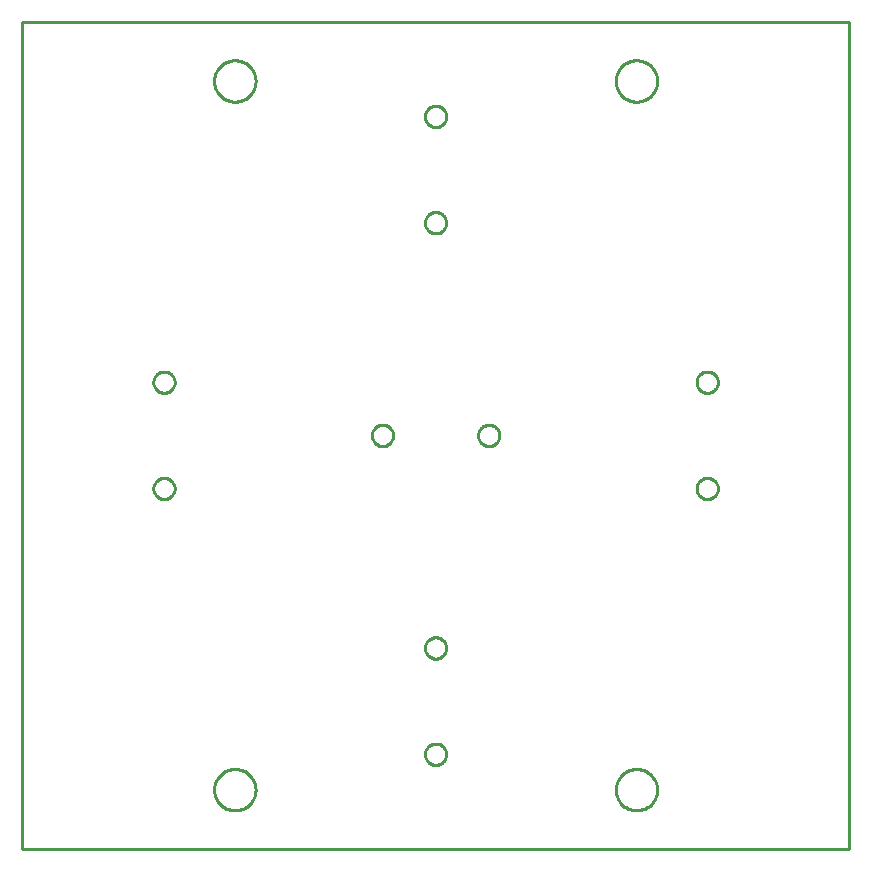
<source format=gbr>
G04 EAGLE Gerber RS-274X export*
G75*
%MOMM*%
%FSLAX34Y34*%
%LPD*%
%IN*%
%IPPOS*%
%AMOC8*
5,1,8,0,0,1.08239X$1,22.5*%
G01*
%ADD10C,0.254000*%


D10*
X0Y0D02*
X700000Y0D01*
X700000Y700000D01*
X0Y700000D01*
X0Y0D01*
X537500Y649427D02*
X537425Y648284D01*
X537276Y647148D01*
X537052Y646024D01*
X536755Y644917D01*
X536387Y643832D01*
X535949Y642774D01*
X535442Y641746D01*
X534869Y640754D01*
X534232Y639801D01*
X533535Y638892D01*
X532779Y638031D01*
X531969Y637221D01*
X531108Y636465D01*
X530199Y635768D01*
X529246Y635131D01*
X528254Y634558D01*
X527226Y634051D01*
X526168Y633613D01*
X525083Y633245D01*
X523976Y632948D01*
X522852Y632725D01*
X521716Y632575D01*
X520573Y632500D01*
X519427Y632500D01*
X518284Y632575D01*
X517148Y632725D01*
X516024Y632948D01*
X514917Y633245D01*
X513832Y633613D01*
X512774Y634051D01*
X511746Y634558D01*
X510754Y635131D01*
X509801Y635768D01*
X508892Y636465D01*
X508031Y637221D01*
X507221Y638031D01*
X506465Y638892D01*
X505768Y639801D01*
X505131Y640754D01*
X504558Y641746D01*
X504051Y642774D01*
X503613Y643832D01*
X503245Y644917D01*
X502948Y646024D01*
X502725Y647148D01*
X502575Y648284D01*
X502500Y649427D01*
X502500Y650573D01*
X502575Y651716D01*
X502725Y652852D01*
X502948Y653976D01*
X503245Y655083D01*
X503613Y656168D01*
X504051Y657226D01*
X504558Y658254D01*
X505131Y659246D01*
X505768Y660199D01*
X506465Y661108D01*
X507221Y661969D01*
X508031Y662779D01*
X508892Y663535D01*
X509801Y664232D01*
X510754Y664869D01*
X511746Y665442D01*
X512774Y665949D01*
X513832Y666387D01*
X514917Y666755D01*
X516024Y667052D01*
X517148Y667276D01*
X518284Y667425D01*
X519427Y667500D01*
X520573Y667500D01*
X521716Y667425D01*
X522852Y667276D01*
X523976Y667052D01*
X525083Y666755D01*
X526168Y666387D01*
X527226Y665949D01*
X528254Y665442D01*
X529246Y664869D01*
X530199Y664232D01*
X531108Y663535D01*
X531969Y662779D01*
X532779Y661969D01*
X533535Y661108D01*
X534232Y660199D01*
X534869Y659246D01*
X535442Y658254D01*
X535949Y657226D01*
X536387Y656168D01*
X536755Y655083D01*
X537052Y653976D01*
X537276Y652852D01*
X537425Y651716D01*
X537500Y650573D01*
X537500Y649427D01*
X197500Y649427D02*
X197425Y648284D01*
X197276Y647148D01*
X197052Y646024D01*
X196755Y644917D01*
X196387Y643832D01*
X195949Y642774D01*
X195442Y641746D01*
X194869Y640754D01*
X194232Y639801D01*
X193535Y638892D01*
X192779Y638031D01*
X191969Y637221D01*
X191108Y636465D01*
X190199Y635768D01*
X189246Y635131D01*
X188254Y634558D01*
X187226Y634051D01*
X186168Y633613D01*
X185083Y633245D01*
X183976Y632948D01*
X182852Y632725D01*
X181716Y632575D01*
X180573Y632500D01*
X179427Y632500D01*
X178284Y632575D01*
X177148Y632725D01*
X176024Y632948D01*
X174917Y633245D01*
X173832Y633613D01*
X172774Y634051D01*
X171746Y634558D01*
X170754Y635131D01*
X169801Y635768D01*
X168892Y636465D01*
X168031Y637221D01*
X167221Y638031D01*
X166465Y638892D01*
X165768Y639801D01*
X165131Y640754D01*
X164558Y641746D01*
X164051Y642774D01*
X163613Y643832D01*
X163245Y644917D01*
X162948Y646024D01*
X162725Y647148D01*
X162575Y648284D01*
X162500Y649427D01*
X162500Y650573D01*
X162575Y651716D01*
X162725Y652852D01*
X162948Y653976D01*
X163245Y655083D01*
X163613Y656168D01*
X164051Y657226D01*
X164558Y658254D01*
X165131Y659246D01*
X165768Y660199D01*
X166465Y661108D01*
X167221Y661969D01*
X168031Y662779D01*
X168892Y663535D01*
X169801Y664232D01*
X170754Y664869D01*
X171746Y665442D01*
X172774Y665949D01*
X173832Y666387D01*
X174917Y666755D01*
X176024Y667052D01*
X177148Y667276D01*
X178284Y667425D01*
X179427Y667500D01*
X180573Y667500D01*
X181716Y667425D01*
X182852Y667276D01*
X183976Y667052D01*
X185083Y666755D01*
X186168Y666387D01*
X187226Y665949D01*
X188254Y665442D01*
X189246Y664869D01*
X190199Y664232D01*
X191108Y663535D01*
X191969Y662779D01*
X192779Y661969D01*
X193535Y661108D01*
X194232Y660199D01*
X194869Y659246D01*
X195442Y658254D01*
X195949Y657226D01*
X196387Y656168D01*
X196755Y655083D01*
X197052Y653976D01*
X197276Y652852D01*
X197425Y651716D01*
X197500Y650573D01*
X197500Y649427D01*
X537500Y49427D02*
X537425Y48284D01*
X537276Y47148D01*
X537052Y46024D01*
X536755Y44917D01*
X536387Y43832D01*
X535949Y42774D01*
X535442Y41746D01*
X534869Y40754D01*
X534232Y39801D01*
X533535Y38892D01*
X532779Y38031D01*
X531969Y37221D01*
X531108Y36465D01*
X530199Y35768D01*
X529246Y35131D01*
X528254Y34558D01*
X527226Y34051D01*
X526168Y33613D01*
X525083Y33245D01*
X523976Y32948D01*
X522852Y32725D01*
X521716Y32575D01*
X520573Y32500D01*
X519427Y32500D01*
X518284Y32575D01*
X517148Y32725D01*
X516024Y32948D01*
X514917Y33245D01*
X513832Y33613D01*
X512774Y34051D01*
X511746Y34558D01*
X510754Y35131D01*
X509801Y35768D01*
X508892Y36465D01*
X508031Y37221D01*
X507221Y38031D01*
X506465Y38892D01*
X505768Y39801D01*
X505131Y40754D01*
X504558Y41746D01*
X504051Y42774D01*
X503613Y43832D01*
X503245Y44917D01*
X502948Y46024D01*
X502725Y47148D01*
X502575Y48284D01*
X502500Y49427D01*
X502500Y50573D01*
X502575Y51716D01*
X502725Y52852D01*
X502948Y53976D01*
X503245Y55083D01*
X503613Y56168D01*
X504051Y57226D01*
X504558Y58254D01*
X505131Y59246D01*
X505768Y60199D01*
X506465Y61108D01*
X507221Y61969D01*
X508031Y62779D01*
X508892Y63535D01*
X509801Y64232D01*
X510754Y64869D01*
X511746Y65442D01*
X512774Y65949D01*
X513832Y66387D01*
X514917Y66755D01*
X516024Y67052D01*
X517148Y67276D01*
X518284Y67425D01*
X519427Y67500D01*
X520573Y67500D01*
X521716Y67425D01*
X522852Y67276D01*
X523976Y67052D01*
X525083Y66755D01*
X526168Y66387D01*
X527226Y65949D01*
X528254Y65442D01*
X529246Y64869D01*
X530199Y64232D01*
X531108Y63535D01*
X531969Y62779D01*
X532779Y61969D01*
X533535Y61108D01*
X534232Y60199D01*
X534869Y59246D01*
X535442Y58254D01*
X535949Y57226D01*
X536387Y56168D01*
X536755Y55083D01*
X537052Y53976D01*
X537276Y52852D01*
X537425Y51716D01*
X537500Y50573D01*
X537500Y49427D01*
X197500Y49427D02*
X197425Y48284D01*
X197276Y47148D01*
X197052Y46024D01*
X196755Y44917D01*
X196387Y43832D01*
X195949Y42774D01*
X195442Y41746D01*
X194869Y40754D01*
X194232Y39801D01*
X193535Y38892D01*
X192779Y38031D01*
X191969Y37221D01*
X191108Y36465D01*
X190199Y35768D01*
X189246Y35131D01*
X188254Y34558D01*
X187226Y34051D01*
X186168Y33613D01*
X185083Y33245D01*
X183976Y32948D01*
X182852Y32725D01*
X181716Y32575D01*
X180573Y32500D01*
X179427Y32500D01*
X178284Y32575D01*
X177148Y32725D01*
X176024Y32948D01*
X174917Y33245D01*
X173832Y33613D01*
X172774Y34051D01*
X171746Y34558D01*
X170754Y35131D01*
X169801Y35768D01*
X168892Y36465D01*
X168031Y37221D01*
X167221Y38031D01*
X166465Y38892D01*
X165768Y39801D01*
X165131Y40754D01*
X164558Y41746D01*
X164051Y42774D01*
X163613Y43832D01*
X163245Y44917D01*
X162948Y46024D01*
X162725Y47148D01*
X162575Y48284D01*
X162500Y49427D01*
X162500Y50573D01*
X162575Y51716D01*
X162725Y52852D01*
X162948Y53976D01*
X163245Y55083D01*
X163613Y56168D01*
X164051Y57226D01*
X164558Y58254D01*
X165131Y59246D01*
X165768Y60199D01*
X166465Y61108D01*
X167221Y61969D01*
X168031Y62779D01*
X168892Y63535D01*
X169801Y64232D01*
X170754Y64869D01*
X171746Y65442D01*
X172774Y65949D01*
X173832Y66387D01*
X174917Y66755D01*
X176024Y67052D01*
X177148Y67276D01*
X178284Y67425D01*
X179427Y67500D01*
X180573Y67500D01*
X181716Y67425D01*
X182852Y67276D01*
X183976Y67052D01*
X185083Y66755D01*
X186168Y66387D01*
X187226Y65949D01*
X188254Y65442D01*
X189246Y64869D01*
X190199Y64232D01*
X191108Y63535D01*
X191969Y62779D01*
X192779Y61969D01*
X193535Y61108D01*
X194232Y60199D01*
X194869Y59246D01*
X195442Y58254D01*
X195949Y57226D01*
X196387Y56168D01*
X196755Y55083D01*
X197052Y53976D01*
X197276Y52852D01*
X197425Y51716D01*
X197500Y50573D01*
X197500Y49427D01*
X589000Y394607D02*
X588932Y393824D01*
X588795Y393050D01*
X588592Y392291D01*
X588323Y391553D01*
X587991Y390840D01*
X587598Y390160D01*
X587147Y389516D01*
X586642Y388914D01*
X586086Y388358D01*
X585484Y387853D01*
X584840Y387402D01*
X584160Y387009D01*
X583447Y386677D01*
X582709Y386408D01*
X581950Y386205D01*
X581176Y386069D01*
X580393Y386000D01*
X579607Y386000D01*
X578824Y386069D01*
X578050Y386205D01*
X577291Y386408D01*
X576553Y386677D01*
X575840Y387009D01*
X575160Y387402D01*
X574516Y387853D01*
X573914Y388358D01*
X573358Y388914D01*
X572853Y389516D01*
X572402Y390160D01*
X572009Y390840D01*
X571677Y391553D01*
X571408Y392291D01*
X571205Y393050D01*
X571069Y393824D01*
X571000Y394607D01*
X571000Y395393D01*
X571069Y396176D01*
X571205Y396950D01*
X571408Y397709D01*
X571677Y398447D01*
X572009Y399160D01*
X572402Y399840D01*
X572853Y400484D01*
X573358Y401086D01*
X573914Y401642D01*
X574516Y402147D01*
X575160Y402598D01*
X575840Y402991D01*
X576553Y403323D01*
X577291Y403592D01*
X578050Y403795D01*
X578824Y403932D01*
X579607Y404000D01*
X580393Y404000D01*
X581176Y403932D01*
X581950Y403795D01*
X582709Y403592D01*
X583447Y403323D01*
X584160Y402991D01*
X584840Y402598D01*
X585484Y402147D01*
X586086Y401642D01*
X586642Y401086D01*
X587147Y400484D01*
X587598Y399840D01*
X587991Y399160D01*
X588323Y398447D01*
X588592Y397709D01*
X588795Y396950D01*
X588932Y396176D01*
X589000Y395393D01*
X589000Y394607D01*
X589000Y304607D02*
X588932Y303824D01*
X588795Y303050D01*
X588592Y302291D01*
X588323Y301553D01*
X587991Y300840D01*
X587598Y300160D01*
X587147Y299516D01*
X586642Y298914D01*
X586086Y298358D01*
X585484Y297853D01*
X584840Y297402D01*
X584160Y297009D01*
X583447Y296677D01*
X582709Y296408D01*
X581950Y296205D01*
X581176Y296069D01*
X580393Y296000D01*
X579607Y296000D01*
X578824Y296069D01*
X578050Y296205D01*
X577291Y296408D01*
X576553Y296677D01*
X575840Y297009D01*
X575160Y297402D01*
X574516Y297853D01*
X573914Y298358D01*
X573358Y298914D01*
X572853Y299516D01*
X572402Y300160D01*
X572009Y300840D01*
X571677Y301553D01*
X571408Y302291D01*
X571205Y303050D01*
X571069Y303824D01*
X571000Y304607D01*
X571000Y305393D01*
X571069Y306176D01*
X571205Y306950D01*
X571408Y307709D01*
X571677Y308447D01*
X572009Y309160D01*
X572402Y309840D01*
X572853Y310484D01*
X573358Y311086D01*
X573914Y311642D01*
X574516Y312147D01*
X575160Y312598D01*
X575840Y312991D01*
X576553Y313323D01*
X577291Y313592D01*
X578050Y313795D01*
X578824Y313932D01*
X579607Y314000D01*
X580393Y314000D01*
X581176Y313932D01*
X581950Y313795D01*
X582709Y313592D01*
X583447Y313323D01*
X584160Y312991D01*
X584840Y312598D01*
X585484Y312147D01*
X586086Y311642D01*
X586642Y311086D01*
X587147Y310484D01*
X587598Y309840D01*
X587991Y309160D01*
X588323Y308447D01*
X588592Y307709D01*
X588795Y306950D01*
X588932Y306176D01*
X589000Y305393D01*
X589000Y304607D01*
X394607Y341000D02*
X393824Y341069D01*
X393050Y341205D01*
X392291Y341408D01*
X391553Y341677D01*
X390840Y342009D01*
X390160Y342402D01*
X389516Y342853D01*
X388914Y343358D01*
X388358Y343914D01*
X387853Y344516D01*
X387402Y345160D01*
X387009Y345840D01*
X386677Y346553D01*
X386408Y347291D01*
X386205Y348050D01*
X386069Y348824D01*
X386000Y349607D01*
X386000Y350393D01*
X386069Y351176D01*
X386205Y351950D01*
X386408Y352709D01*
X386677Y353447D01*
X387009Y354160D01*
X387402Y354840D01*
X387853Y355484D01*
X388358Y356086D01*
X388914Y356642D01*
X389516Y357147D01*
X390160Y357598D01*
X390840Y357991D01*
X391553Y358323D01*
X392291Y358592D01*
X393050Y358795D01*
X393824Y358932D01*
X394607Y359000D01*
X395393Y359000D01*
X396176Y358932D01*
X396950Y358795D01*
X397709Y358592D01*
X398447Y358323D01*
X399160Y357991D01*
X399840Y357598D01*
X400484Y357147D01*
X401086Y356642D01*
X401642Y356086D01*
X402147Y355484D01*
X402598Y354840D01*
X402991Y354160D01*
X403323Y353447D01*
X403592Y352709D01*
X403795Y351950D01*
X403932Y351176D01*
X404000Y350393D01*
X404000Y349607D01*
X403932Y348824D01*
X403795Y348050D01*
X403592Y347291D01*
X403323Y346553D01*
X402991Y345840D01*
X402598Y345160D01*
X402147Y344516D01*
X401642Y343914D01*
X401086Y343358D01*
X400484Y342853D01*
X399840Y342402D01*
X399160Y342009D01*
X398447Y341677D01*
X397709Y341408D01*
X396950Y341205D01*
X396176Y341069D01*
X395393Y341000D01*
X394607Y341000D01*
X304607Y341000D02*
X303824Y341069D01*
X303050Y341205D01*
X302291Y341408D01*
X301553Y341677D01*
X300840Y342009D01*
X300160Y342402D01*
X299516Y342853D01*
X298914Y343358D01*
X298358Y343914D01*
X297853Y344516D01*
X297402Y345160D01*
X297009Y345840D01*
X296677Y346553D01*
X296408Y347291D01*
X296205Y348050D01*
X296069Y348824D01*
X296000Y349607D01*
X296000Y350393D01*
X296069Y351176D01*
X296205Y351950D01*
X296408Y352709D01*
X296677Y353447D01*
X297009Y354160D01*
X297402Y354840D01*
X297853Y355484D01*
X298358Y356086D01*
X298914Y356642D01*
X299516Y357147D01*
X300160Y357598D01*
X300840Y357991D01*
X301553Y358323D01*
X302291Y358592D01*
X303050Y358795D01*
X303824Y358932D01*
X304607Y359000D01*
X305393Y359000D01*
X306176Y358932D01*
X306950Y358795D01*
X307709Y358592D01*
X308447Y358323D01*
X309160Y357991D01*
X309840Y357598D01*
X310484Y357147D01*
X311086Y356642D01*
X311642Y356086D01*
X312147Y355484D01*
X312598Y354840D01*
X312991Y354160D01*
X313323Y353447D01*
X313592Y352709D01*
X313795Y351950D01*
X313932Y351176D01*
X314000Y350393D01*
X314000Y349607D01*
X313932Y348824D01*
X313795Y348050D01*
X313592Y347291D01*
X313323Y346553D01*
X312991Y345840D01*
X312598Y345160D01*
X312147Y344516D01*
X311642Y343914D01*
X311086Y343358D01*
X310484Y342853D01*
X309840Y342402D01*
X309160Y342009D01*
X308447Y341677D01*
X307709Y341408D01*
X306950Y341205D01*
X306176Y341069D01*
X305393Y341000D01*
X304607Y341000D01*
X111000Y305393D02*
X111069Y306176D01*
X111205Y306950D01*
X111408Y307709D01*
X111677Y308447D01*
X112009Y309160D01*
X112402Y309840D01*
X112853Y310484D01*
X113358Y311086D01*
X113914Y311642D01*
X114516Y312147D01*
X115160Y312598D01*
X115840Y312991D01*
X116553Y313323D01*
X117291Y313592D01*
X118050Y313795D01*
X118824Y313932D01*
X119607Y314000D01*
X120393Y314000D01*
X121176Y313932D01*
X121950Y313795D01*
X122709Y313592D01*
X123447Y313323D01*
X124160Y312991D01*
X124840Y312598D01*
X125484Y312147D01*
X126086Y311642D01*
X126642Y311086D01*
X127147Y310484D01*
X127598Y309840D01*
X127991Y309160D01*
X128323Y308447D01*
X128592Y307709D01*
X128795Y306950D01*
X128932Y306176D01*
X129000Y305393D01*
X129000Y304607D01*
X128932Y303824D01*
X128795Y303050D01*
X128592Y302291D01*
X128323Y301553D01*
X127991Y300840D01*
X127598Y300160D01*
X127147Y299516D01*
X126642Y298914D01*
X126086Y298358D01*
X125484Y297853D01*
X124840Y297402D01*
X124160Y297009D01*
X123447Y296677D01*
X122709Y296408D01*
X121950Y296205D01*
X121176Y296069D01*
X120393Y296000D01*
X119607Y296000D01*
X118824Y296069D01*
X118050Y296205D01*
X117291Y296408D01*
X116553Y296677D01*
X115840Y297009D01*
X115160Y297402D01*
X114516Y297853D01*
X113914Y298358D01*
X113358Y298914D01*
X112853Y299516D01*
X112402Y300160D01*
X112009Y300840D01*
X111677Y301553D01*
X111408Y302291D01*
X111205Y303050D01*
X111069Y303824D01*
X111000Y304607D01*
X111000Y305393D01*
X111000Y395393D02*
X111069Y396176D01*
X111205Y396950D01*
X111408Y397709D01*
X111677Y398447D01*
X112009Y399160D01*
X112402Y399840D01*
X112853Y400484D01*
X113358Y401086D01*
X113914Y401642D01*
X114516Y402147D01*
X115160Y402598D01*
X115840Y402991D01*
X116553Y403323D01*
X117291Y403592D01*
X118050Y403795D01*
X118824Y403932D01*
X119607Y404000D01*
X120393Y404000D01*
X121176Y403932D01*
X121950Y403795D01*
X122709Y403592D01*
X123447Y403323D01*
X124160Y402991D01*
X124840Y402598D01*
X125484Y402147D01*
X126086Y401642D01*
X126642Y401086D01*
X127147Y400484D01*
X127598Y399840D01*
X127991Y399160D01*
X128323Y398447D01*
X128592Y397709D01*
X128795Y396950D01*
X128932Y396176D01*
X129000Y395393D01*
X129000Y394607D01*
X128932Y393824D01*
X128795Y393050D01*
X128592Y392291D01*
X128323Y391553D01*
X127991Y390840D01*
X127598Y390160D01*
X127147Y389516D01*
X126642Y388914D01*
X126086Y388358D01*
X125484Y387853D01*
X124840Y387402D01*
X124160Y387009D01*
X123447Y386677D01*
X122709Y386408D01*
X121950Y386205D01*
X121176Y386069D01*
X120393Y386000D01*
X119607Y386000D01*
X118824Y386069D01*
X118050Y386205D01*
X117291Y386408D01*
X116553Y386677D01*
X115840Y387009D01*
X115160Y387402D01*
X114516Y387853D01*
X113914Y388358D01*
X113358Y388914D01*
X112853Y389516D01*
X112402Y390160D01*
X112009Y390840D01*
X111677Y391553D01*
X111408Y392291D01*
X111205Y393050D01*
X111069Y393824D01*
X111000Y394607D01*
X111000Y395393D01*
X359000Y169607D02*
X358932Y168824D01*
X358795Y168050D01*
X358592Y167291D01*
X358323Y166553D01*
X357991Y165840D01*
X357598Y165160D01*
X357147Y164516D01*
X356642Y163914D01*
X356086Y163358D01*
X355484Y162853D01*
X354840Y162402D01*
X354160Y162009D01*
X353447Y161677D01*
X352709Y161408D01*
X351950Y161205D01*
X351176Y161069D01*
X350393Y161000D01*
X349607Y161000D01*
X348824Y161069D01*
X348050Y161205D01*
X347291Y161408D01*
X346553Y161677D01*
X345840Y162009D01*
X345160Y162402D01*
X344516Y162853D01*
X343914Y163358D01*
X343358Y163914D01*
X342853Y164516D01*
X342402Y165160D01*
X342009Y165840D01*
X341677Y166553D01*
X341408Y167291D01*
X341205Y168050D01*
X341069Y168824D01*
X341000Y169607D01*
X341000Y170393D01*
X341069Y171176D01*
X341205Y171950D01*
X341408Y172709D01*
X341677Y173447D01*
X342009Y174160D01*
X342402Y174840D01*
X342853Y175484D01*
X343358Y176086D01*
X343914Y176642D01*
X344516Y177147D01*
X345160Y177598D01*
X345840Y177991D01*
X346553Y178323D01*
X347291Y178592D01*
X348050Y178795D01*
X348824Y178932D01*
X349607Y179000D01*
X350393Y179000D01*
X351176Y178932D01*
X351950Y178795D01*
X352709Y178592D01*
X353447Y178323D01*
X354160Y177991D01*
X354840Y177598D01*
X355484Y177147D01*
X356086Y176642D01*
X356642Y176086D01*
X357147Y175484D01*
X357598Y174840D01*
X357991Y174160D01*
X358323Y173447D01*
X358592Y172709D01*
X358795Y171950D01*
X358932Y171176D01*
X359000Y170393D01*
X359000Y169607D01*
X359000Y79607D02*
X358932Y78824D01*
X358795Y78050D01*
X358592Y77291D01*
X358323Y76553D01*
X357991Y75840D01*
X357598Y75160D01*
X357147Y74516D01*
X356642Y73914D01*
X356086Y73358D01*
X355484Y72853D01*
X354840Y72402D01*
X354160Y72009D01*
X353447Y71677D01*
X352709Y71408D01*
X351950Y71205D01*
X351176Y71069D01*
X350393Y71000D01*
X349607Y71000D01*
X348824Y71069D01*
X348050Y71205D01*
X347291Y71408D01*
X346553Y71677D01*
X345840Y72009D01*
X345160Y72402D01*
X344516Y72853D01*
X343914Y73358D01*
X343358Y73914D01*
X342853Y74516D01*
X342402Y75160D01*
X342009Y75840D01*
X341677Y76553D01*
X341408Y77291D01*
X341205Y78050D01*
X341069Y78824D01*
X341000Y79607D01*
X341000Y80393D01*
X341069Y81176D01*
X341205Y81950D01*
X341408Y82709D01*
X341677Y83447D01*
X342009Y84160D01*
X342402Y84840D01*
X342853Y85484D01*
X343358Y86086D01*
X343914Y86642D01*
X344516Y87147D01*
X345160Y87598D01*
X345840Y87991D01*
X346553Y88323D01*
X347291Y88592D01*
X348050Y88795D01*
X348824Y88932D01*
X349607Y89000D01*
X350393Y89000D01*
X351176Y88932D01*
X351950Y88795D01*
X352709Y88592D01*
X353447Y88323D01*
X354160Y87991D01*
X354840Y87598D01*
X355484Y87147D01*
X356086Y86642D01*
X356642Y86086D01*
X357147Y85484D01*
X357598Y84840D01*
X357991Y84160D01*
X358323Y83447D01*
X358592Y82709D01*
X358795Y81950D01*
X358932Y81176D01*
X359000Y80393D01*
X359000Y79607D01*
X341000Y530393D02*
X341069Y531176D01*
X341205Y531950D01*
X341408Y532709D01*
X341677Y533447D01*
X342009Y534160D01*
X342402Y534840D01*
X342853Y535484D01*
X343358Y536086D01*
X343914Y536642D01*
X344516Y537147D01*
X345160Y537598D01*
X345840Y537991D01*
X346553Y538323D01*
X347291Y538592D01*
X348050Y538795D01*
X348824Y538932D01*
X349607Y539000D01*
X350393Y539000D01*
X351176Y538932D01*
X351950Y538795D01*
X352709Y538592D01*
X353447Y538323D01*
X354160Y537991D01*
X354840Y537598D01*
X355484Y537147D01*
X356086Y536642D01*
X356642Y536086D01*
X357147Y535484D01*
X357598Y534840D01*
X357991Y534160D01*
X358323Y533447D01*
X358592Y532709D01*
X358795Y531950D01*
X358932Y531176D01*
X359000Y530393D01*
X359000Y529607D01*
X358932Y528824D01*
X358795Y528050D01*
X358592Y527291D01*
X358323Y526553D01*
X357991Y525840D01*
X357598Y525160D01*
X357147Y524516D01*
X356642Y523914D01*
X356086Y523358D01*
X355484Y522853D01*
X354840Y522402D01*
X354160Y522009D01*
X353447Y521677D01*
X352709Y521408D01*
X351950Y521205D01*
X351176Y521069D01*
X350393Y521000D01*
X349607Y521000D01*
X348824Y521069D01*
X348050Y521205D01*
X347291Y521408D01*
X346553Y521677D01*
X345840Y522009D01*
X345160Y522402D01*
X344516Y522853D01*
X343914Y523358D01*
X343358Y523914D01*
X342853Y524516D01*
X342402Y525160D01*
X342009Y525840D01*
X341677Y526553D01*
X341408Y527291D01*
X341205Y528050D01*
X341069Y528824D01*
X341000Y529607D01*
X341000Y530393D01*
X341000Y620393D02*
X341069Y621176D01*
X341205Y621950D01*
X341408Y622709D01*
X341677Y623447D01*
X342009Y624160D01*
X342402Y624840D01*
X342853Y625484D01*
X343358Y626086D01*
X343914Y626642D01*
X344516Y627147D01*
X345160Y627598D01*
X345840Y627991D01*
X346553Y628323D01*
X347291Y628592D01*
X348050Y628795D01*
X348824Y628932D01*
X349607Y629000D01*
X350393Y629000D01*
X351176Y628932D01*
X351950Y628795D01*
X352709Y628592D01*
X353447Y628323D01*
X354160Y627991D01*
X354840Y627598D01*
X355484Y627147D01*
X356086Y626642D01*
X356642Y626086D01*
X357147Y625484D01*
X357598Y624840D01*
X357991Y624160D01*
X358323Y623447D01*
X358592Y622709D01*
X358795Y621950D01*
X358932Y621176D01*
X359000Y620393D01*
X359000Y619607D01*
X358932Y618824D01*
X358795Y618050D01*
X358592Y617291D01*
X358323Y616553D01*
X357991Y615840D01*
X357598Y615160D01*
X357147Y614516D01*
X356642Y613914D01*
X356086Y613358D01*
X355484Y612853D01*
X354840Y612402D01*
X354160Y612009D01*
X353447Y611677D01*
X352709Y611408D01*
X351950Y611205D01*
X351176Y611069D01*
X350393Y611000D01*
X349607Y611000D01*
X348824Y611069D01*
X348050Y611205D01*
X347291Y611408D01*
X346553Y611677D01*
X345840Y612009D01*
X345160Y612402D01*
X344516Y612853D01*
X343914Y613358D01*
X343358Y613914D01*
X342853Y614516D01*
X342402Y615160D01*
X342009Y615840D01*
X341677Y616553D01*
X341408Y617291D01*
X341205Y618050D01*
X341069Y618824D01*
X341000Y619607D01*
X341000Y620393D01*
M02*

</source>
